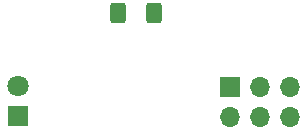
<source format=gbr>
G04 #@! TF.GenerationSoftware,KiCad,Pcbnew,(6.99.0-2452-gdb4f2d9dd8)*
G04 #@! TF.CreationDate,2022-08-02T21:03:54-05:00*
G04 #@! TF.ProjectId,CTCubed,43544375-6265-4642-9e6b-696361645f70,rev?*
G04 #@! TF.SameCoordinates,Original*
G04 #@! TF.FileFunction,Soldermask,Bot*
G04 #@! TF.FilePolarity,Negative*
%FSLAX46Y46*%
G04 Gerber Fmt 4.6, Leading zero omitted, Abs format (unit mm)*
G04 Created by KiCad (PCBNEW (6.99.0-2452-gdb4f2d9dd8)) date 2022-08-02 21:03:54*
%MOMM*%
%LPD*%
G01*
G04 APERTURE LIST*
G04 Aperture macros list*
%AMRoundRect*
0 Rectangle with rounded corners*
0 $1 Rounding radius*
0 $2 $3 $4 $5 $6 $7 $8 $9 X,Y pos of 4 corners*
0 Add a 4 corners polygon primitive as box body*
4,1,4,$2,$3,$4,$5,$6,$7,$8,$9,$2,$3,0*
0 Add four circle primitives for the rounded corners*
1,1,$1+$1,$2,$3*
1,1,$1+$1,$4,$5*
1,1,$1+$1,$6,$7*
1,1,$1+$1,$8,$9*
0 Add four rect primitives between the rounded corners*
20,1,$1+$1,$2,$3,$4,$5,0*
20,1,$1+$1,$4,$5,$6,$7,0*
20,1,$1+$1,$6,$7,$8,$9,0*
20,1,$1+$1,$8,$9,$2,$3,0*%
G04 Aperture macros list end*
%ADD10R,1.800000X1.800000*%
%ADD11C,1.800000*%
%ADD12R,1.700000X1.700000*%
%ADD13O,1.700000X1.700000*%
%ADD14RoundRect,0.250000X-0.400000X-0.625000X0.400000X-0.625000X0.400000X0.625000X-0.400000X0.625000X0*%
G04 APERTURE END LIST*
D10*
X128939999Y-96649999D03*
D11*
X128940000Y-94110000D03*
D12*
X146899999Y-94189999D03*
D13*
X146899999Y-96729999D03*
X149439999Y-94189999D03*
X149439999Y-96729999D03*
X151979999Y-94189999D03*
X151979999Y-96729999D03*
D14*
X137370000Y-87970000D03*
X140470000Y-87970000D03*
M02*

</source>
